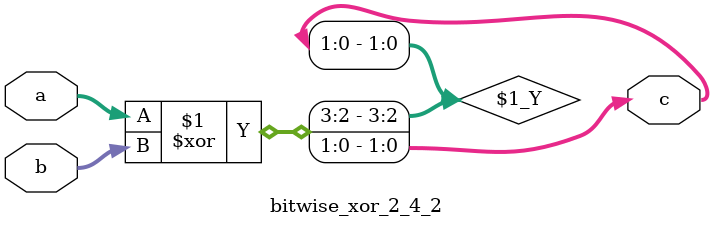
<source format=v>
module bitwise_xor_2_4_2(a, b, c);
  input [1:0] a;
  input [3:0] b;
  output [1:0] c;
  assign c = a ^ b;
endmodule

</source>
